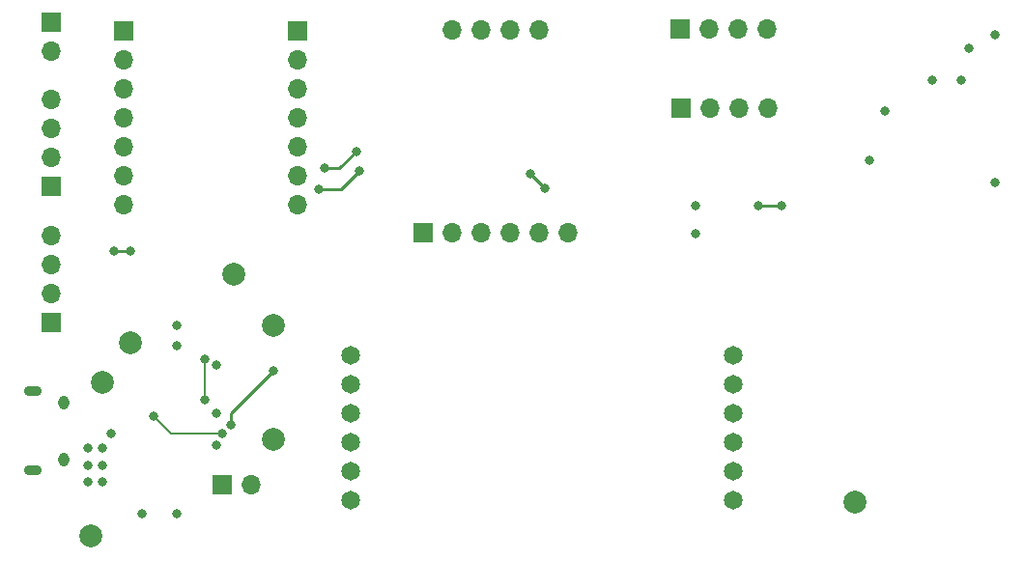
<source format=gbr>
%TF.GenerationSoftware,KiCad,Pcbnew,(6.0.4)*%
%TF.CreationDate,2022-11-18T09:58:05-05:00*%
%TF.ProjectId,NFFPCB,4e464650-4342-42e6-9b69-6361645f7063,rev?*%
%TF.SameCoordinates,Original*%
%TF.FileFunction,Copper,L4,Bot*%
%TF.FilePolarity,Positive*%
%FSLAX46Y46*%
G04 Gerber Fmt 4.6, Leading zero omitted, Abs format (unit mm)*
G04 Created by KiCad (PCBNEW (6.0.4)) date 2022-11-18 09:58:05*
%MOMM*%
%LPD*%
G01*
G04 APERTURE LIST*
%TA.AperFunction,ComponentPad*%
%ADD10C,2.000000*%
%TD*%
%TA.AperFunction,ComponentPad*%
%ADD11C,1.651000*%
%TD*%
%TA.AperFunction,ComponentPad*%
%ADD12R,1.700000X1.700000*%
%TD*%
%TA.AperFunction,ComponentPad*%
%ADD13O,1.700000X1.700000*%
%TD*%
%TA.AperFunction,ComponentPad*%
%ADD14O,0.950000X1.250000*%
%TD*%
%TA.AperFunction,ComponentPad*%
%ADD15O,1.550000X0.890000*%
%TD*%
%TA.AperFunction,ViaPad*%
%ADD16C,0.800000*%
%TD*%
%TA.AperFunction,Conductor*%
%ADD17C,0.200000*%
%TD*%
%TA.AperFunction,Conductor*%
%ADD18C,0.250000*%
%TD*%
G04 APERTURE END LIST*
D10*
%TO.P,TPVUSB1,1,1*%
%TO.N,/+VUSB*%
X60500000Y-74000000D03*
%TD*%
%TO.P,TPVSYS1,1,1*%
%TO.N,/VSYS*%
X75500000Y-79000000D03*
%TD*%
%TO.P,TPISET1,1,1*%
%TO.N,Net-(R3-Pad2)*%
X59500000Y-87500000D03*
%TD*%
%TO.P,TPILIM1,1,1*%
%TO.N,Net-(R2-Pad2)*%
X63000000Y-70500000D03*
%TD*%
%TO.P,TPBATTRAW1,1,1*%
%TO.N,/VBATT_RAW*%
X126500000Y-84500000D03*
%TD*%
%TO.P,TP!PGOOD1,1,1*%
%TO.N,/!PGOOD*%
X75500000Y-69000000D03*
%TD*%
%TO.P,TP!CHG1,1,1*%
%TO.N,/!CHG*%
X72000000Y-64500000D03*
%TD*%
D11*
%TO.P,MOD1,*%
%TO.N,*%
X115764000Y-79270000D03*
X82236000Y-76730000D03*
X115764000Y-76730000D03*
X82236000Y-79270000D03*
%TO.P,MOD1,1,VIN*%
%TO.N,/VSYS*%
X82236000Y-74190000D03*
X82236000Y-71650000D03*
%TO.P,MOD1,2,GND*%
%TO.N,GND*%
X82236000Y-81810000D03*
X82236000Y-84350000D03*
%TO.P,MOD1,3,VOUT*%
%TO.N,+3V3*%
X115764000Y-71650000D03*
X115764000Y-74190000D03*
%TO.P,MOD1,4,GND*%
%TO.N,GND*%
X115764000Y-81810000D03*
X115764000Y-84350000D03*
%TD*%
D12*
%TO.P,U1,1,GND*%
%TO.N,GND*%
X111120000Y-43000000D03*
D13*
%TO.P,U1,2,VCC*%
%TO.N,+3V3*%
X113660000Y-43000000D03*
%TO.P,U1,3,SCL*%
%TO.N,/SCL*%
X116200000Y-43000000D03*
%TO.P,U1,4,SDA*%
%TO.N,/SDA*%
X118740000Y-43000000D03*
%TD*%
D12*
%TO.P,J5,1,Pin_1*%
%TO.N,/SCL*%
X56000000Y-56800000D03*
D13*
%TO.P,J5,2,Pin_2*%
%TO.N,/SDA*%
X56000000Y-54260000D03*
%TO.P,J5,3,Pin_3*%
%TO.N,GND*%
X56000000Y-51720000D03*
%TO.P,J5,4,Pin_4*%
%TO.N,+3V3*%
X56000000Y-49180000D03*
%TD*%
D12*
%TO.P,J4,1,Pin_1*%
%TO.N,/TX_FROM_MICRO*%
X56000000Y-68800000D03*
D13*
%TO.P,J4,2,Pin_2*%
%TO.N,/RX_TO_MICRO*%
X56000000Y-66260000D03*
%TO.P,J4,3,Pin_3*%
%TO.N,GND*%
X56000000Y-63720000D03*
%TO.P,J4,4,Pin_4*%
%TO.N,+3V3*%
X56000000Y-61180000D03*
%TD*%
D12*
%TO.P,J3,1,Pin_1*%
%TO.N,/BUTTON*%
X56000000Y-42460000D03*
D13*
%TO.P,J3,2,Pin_2*%
%TO.N,GND*%
X56000000Y-45000000D03*
%TD*%
D14*
%TO.P,J1,6,Shield*%
%TO.N,unconnected-(J1-Pad6)*%
X57150000Y-75750000D03*
D15*
X54450000Y-81750000D03*
D14*
X57150000Y-80750000D03*
D15*
X54450000Y-74750000D03*
%TD*%
D12*
%TO.P,U2,1,A0*%
%TO.N,/BUTTON*%
X62380000Y-43189500D03*
D13*
%TO.P,U2,2,A1*%
%TO.N,unconnected-(U2-Pad2)*%
X62380000Y-45729500D03*
%TO.P,U2,3,A2*%
%TO.N,/OLED_EN*%
X62380000Y-48269500D03*
%TO.P,U2,4,A3*%
%TO.N,/BNO_RST*%
X62380000Y-50809500D03*
%TO.P,U2,5,SDA*%
%TO.N,/SDA*%
X62380000Y-53349500D03*
%TO.P,U2,6,SCL*%
%TO.N,/SCL*%
X62380000Y-55889500D03*
%TO.P,U2,7,TX*%
%TO.N,/TX_FROM_MICRO*%
X62380000Y-58429500D03*
%TO.P,U2,8,RX*%
%TO.N,/RX_TO_MICRO*%
X77620000Y-58429500D03*
%TO.P,U2,9,SCK*%
%TO.N,/!CHG*%
X77620000Y-55889500D03*
%TO.P,U2,10,MISO*%
%TO.N,/!PGOOD*%
X77620000Y-53349500D03*
%TO.P,U2,11,MOSI*%
%TO.N,unconnected-(U2-Pad11)*%
X77620000Y-50809500D03*
%TO.P,U2,12,3v3*%
%TO.N,+3V3*%
X77620000Y-48269500D03*
%TO.P,U2,13,GND*%
%TO.N,GND*%
X77620000Y-45729500D03*
D12*
%TO.P,U2,14,5V*%
%TO.N,unconnected-(U2-Pad14)*%
X77620000Y-43189500D03*
%TD*%
%TO.P,J2,1,Pin_1*%
%TO.N,/VBATT_RAW*%
X71000000Y-83000000D03*
D13*
%TO.P,J2,2,Pin_2*%
%TO.N,GND*%
X73540000Y-83000000D03*
%TD*%
%TO.P,U3,1,PS1*%
%TO.N,unconnected-(U3-Pad1)*%
X98810000Y-43110000D03*
%TO.P,U3,2,PS0*%
%TO.N,unconnected-(U3-Pad2)*%
X96270000Y-43110000D03*
%TO.P,U3,3,ADR*%
%TO.N,unconnected-(U3-Pad3)*%
X93730000Y-43110000D03*
%TO.P,U3,4,INT*%
%TO.N,unconnected-(U3-Pad4)*%
X91190000Y-43110000D03*
D12*
%TO.P,U3,5,VIN*%
%TO.N,unconnected-(U3-Pad5)*%
X88650000Y-60890000D03*
D13*
%TO.P,U3,6,3V*%
%TO.N,+3V3*%
X91190000Y-60890000D03*
%TO.P,U3,7,GND*%
%TO.N,GND*%
X93730000Y-60890000D03*
%TO.P,U3,8,SCL*%
%TO.N,/SCL*%
X96270000Y-60890000D03*
%TO.P,U3,9,SDA*%
%TO.N,/SDA*%
X98810000Y-60890000D03*
%TO.P,U3,10,RST*%
%TO.N,/BNO_RST*%
X101350000Y-60890000D03*
%TD*%
D12*
%TO.P,U5,1,GND*%
%TO.N,GND*%
X111200000Y-50000000D03*
D13*
%TO.P,U5,2,VCC*%
%TO.N,+3V3*%
X113740000Y-50000000D03*
%TO.P,U5,3,SCL*%
%TO.N,/SCL*%
X116280000Y-50000000D03*
%TO.P,U5,4,SDA*%
%TO.N,/SDA*%
X118820000Y-50000000D03*
%TD*%
D16*
%TO.N,GND*%
X59250000Y-82750000D03*
X138750000Y-56500000D03*
X67000000Y-70750000D03*
X136500000Y-44750000D03*
X127750000Y-54500000D03*
X135750000Y-47500000D03*
X61250000Y-78500000D03*
X60500000Y-79750000D03*
X64000000Y-85500000D03*
X70500000Y-79500000D03*
X59250000Y-81250000D03*
X133250000Y-47500000D03*
X70500000Y-76750000D03*
X138750000Y-43500000D03*
X60500000Y-81250000D03*
X60500000Y-82750000D03*
X59250000Y-79750000D03*
X129062500Y-50250000D03*
X67000000Y-85500000D03*
%TO.N,/+VUSB*%
X65000000Y-77000000D03*
X71000000Y-78500000D03*
%TO.N,/RX_TO_MICRO*%
X63000000Y-62500000D03*
X61500000Y-62500000D03*
%TO.N,+3V3*%
X70500000Y-72500000D03*
X112500000Y-58500000D03*
X67000000Y-69000000D03*
X112500000Y-61000000D03*
%TO.N,/SCL*%
X118000000Y-58500000D03*
X83000000Y-55500000D03*
X79435989Y-57064011D03*
X120000000Y-58500000D03*
%TO.N,/SDA*%
X99250000Y-57000000D03*
X82750000Y-53750000D03*
X80000000Y-55250000D03*
X98000000Y-55750000D03*
%TO.N,/!CHG*%
X69500000Y-75500000D03*
X69500000Y-72000000D03*
%TO.N,/!PGOOD*%
X71749999Y-77750001D03*
X75500000Y-73000000D03*
%TD*%
D17*
%TO.N,/+VUSB*%
X71000000Y-78500000D02*
X66500000Y-78500000D01*
X66500000Y-78500000D02*
X65000000Y-77000000D01*
D18*
%TO.N,/RX_TO_MICRO*%
X61500000Y-62500000D02*
X63000000Y-62500000D01*
%TO.N,/SCL*%
X118000000Y-58500000D02*
X120000000Y-58500000D01*
X79435989Y-57064011D02*
X81435989Y-57064011D01*
X81435989Y-57064011D02*
X83000000Y-55500000D01*
%TO.N,/SDA*%
X82750000Y-53750000D02*
X81250000Y-55250000D01*
X81250000Y-55250000D02*
X80000000Y-55250000D01*
X98000000Y-55750000D02*
X99250000Y-57000000D01*
D17*
%TO.N,/!CHG*%
X69500000Y-75500000D02*
X69500000Y-72000000D01*
D18*
%TO.N,/!PGOOD*%
X71749999Y-76750001D02*
X71749999Y-77750001D01*
X75500000Y-73000000D02*
X71749999Y-76750001D01*
%TD*%
M02*

</source>
